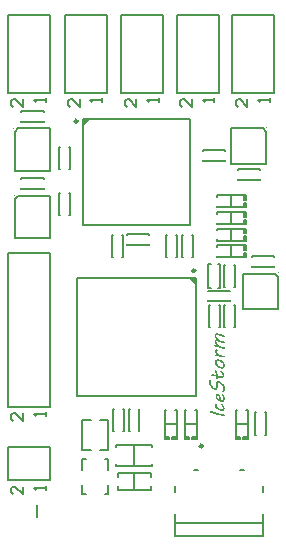
<source format=gto>
G04*
G04 #@! TF.GenerationSoftware,Altium Limited,Altium Designer,20.2.6 (244)*
G04*
G04 Layer_Color=65535*
%FSLAX25Y25*%
%MOIN*%
G70*
G04*
G04 #@! TF.SameCoordinates,98B12EC8-E559-45FE-9E7D-FCD1A3165D23*
G04*
G04*
G04 #@! TF.FilePolarity,Positive*
G04*
G01*
G75*
%ADD10C,0.00394*%
%ADD11C,0.00984*%
%ADD12C,0.00787*%
%ADD13C,0.00591*%
G36*
X66929Y84813D02*
X65128Y86614D01*
X66929D01*
Y84813D01*
D02*
G37*
G36*
X29528Y139764D02*
X29528Y137402D01*
X31890Y139764D01*
X29528Y139764D01*
D02*
G37*
G36*
X74125Y68254D02*
X74171D01*
X74227Y68249D01*
X74354Y68229D01*
X74359D01*
X74385Y68224D01*
X74415Y68219D01*
X74456Y68208D01*
X74507Y68198D01*
X74558Y68188D01*
X74676Y68163D01*
X74681D01*
X74691Y68158D01*
X74711Y68152D01*
X74742Y68147D01*
X74778Y68137D01*
X74818Y68127D01*
X74864Y68112D01*
X74910Y68101D01*
X75028Y68066D01*
X75150Y68030D01*
X75277Y67989D01*
X75410Y67943D01*
X75415D01*
X75425Y67938D01*
X75446Y67933D01*
X75471Y67923D01*
X75502Y67913D01*
X75538Y67897D01*
X75578Y67882D01*
X75629Y67867D01*
X75731Y67826D01*
X75849Y67785D01*
X75976Y67734D01*
X76109Y67683D01*
X76114D01*
X76124Y67678D01*
X76139Y67673D01*
X76160Y67663D01*
X76216Y67642D01*
X76287Y67612D01*
X76292D01*
X76302Y67607D01*
X76323Y67597D01*
X76343Y67586D01*
X76399Y67561D01*
X76461Y67525D01*
X76466D01*
X76471Y67515D01*
X76507Y67494D01*
X76547Y67459D01*
X76588Y67413D01*
Y67408D01*
X76593Y67403D01*
X76609Y67372D01*
X76629Y67326D01*
X76634Y67265D01*
Y67234D01*
X76629Y67199D01*
X76624Y67158D01*
X76609Y67066D01*
X76593Y67025D01*
X76573Y66990D01*
X76568Y66984D01*
X76563Y66979D01*
X76547Y66969D01*
X76522Y66954D01*
X76496Y66939D01*
X76466Y66928D01*
X76425Y66923D01*
X76384Y66918D01*
X76379D01*
X76359D01*
X76338D01*
X76308Y66923D01*
X76297D01*
X76277Y66928D01*
X76252Y66934D01*
X76221Y66939D01*
X76211Y66944D01*
X76185Y66954D01*
X76139Y66969D01*
X76078Y67000D01*
X76073D01*
X76063Y67010D01*
X76042Y67015D01*
X76017Y67030D01*
X75951Y67061D01*
X75874Y67102D01*
X75869Y67107D01*
X75854Y67112D01*
X75833Y67122D01*
X75803Y67137D01*
X75772Y67153D01*
X75731Y67173D01*
X75650Y67209D01*
X75645Y67214D01*
X75629Y67219D01*
X75609Y67229D01*
X75583Y67239D01*
X75522Y67265D01*
X75456Y67291D01*
X75451D01*
X75430Y67301D01*
X75400Y67306D01*
X75359Y67321D01*
X75313Y67336D01*
X75257Y67352D01*
X75191Y67372D01*
X75124Y67392D01*
X75114Y67398D01*
X75094Y67403D01*
X75053Y67413D01*
X75007Y67428D01*
X74946Y67444D01*
X74885Y67464D01*
X74742Y67500D01*
X74732Y67505D01*
X74711Y67510D01*
X74670Y67520D01*
X74625Y67530D01*
X74568Y67545D01*
X74507Y67561D01*
X74380Y67591D01*
X74370D01*
X74349Y67597D01*
X74319Y67602D01*
X74278Y67612D01*
X74186Y67622D01*
X74140Y67627D01*
X74099D01*
X74089D01*
X74069D01*
X74038Y67622D01*
X74002Y67617D01*
X73992D01*
X73972Y67607D01*
X73946Y67597D01*
X73916Y67581D01*
X73911Y67576D01*
X73890Y67561D01*
X73875Y67540D01*
X73855Y67510D01*
X73849Y67505D01*
X73839Y67479D01*
X73834Y67444D01*
X73829Y67398D01*
Y67377D01*
X73834Y67357D01*
Y67331D01*
X73844Y67296D01*
X73855Y67255D01*
X73865Y67209D01*
X73885Y67158D01*
Y67153D01*
X73895Y67132D01*
X73905Y67107D01*
X73926Y67071D01*
X73946Y67025D01*
X73972Y66979D01*
X74033Y66872D01*
X74038Y66867D01*
X74048Y66847D01*
X74069Y66816D01*
X74094Y66781D01*
X74125Y66735D01*
X74160Y66689D01*
X74242Y66582D01*
X74247Y66576D01*
X74262Y66561D01*
X74283Y66531D01*
X74313Y66500D01*
X74349Y66464D01*
X74385Y66423D01*
X74472Y66342D01*
X74477Y66337D01*
X74482Y66332D01*
X74518Y66301D01*
X74558Y66260D01*
X74599Y66209D01*
Y66204D01*
X74609Y66199D01*
X74630Y66168D01*
X74655Y66128D01*
X74676Y66082D01*
X74681D01*
X74691Y66077D01*
X74721Y66066D01*
X74742Y66056D01*
X74767Y66046D01*
X74773D01*
X74778Y66041D01*
X74798Y66036D01*
X74818Y66031D01*
X74875Y66010D01*
X74946Y65985D01*
X74951D01*
X74966Y65980D01*
X74987Y65970D01*
X75012Y65965D01*
X75048Y65949D01*
X75089Y65939D01*
X75175Y65908D01*
X75181D01*
X75196Y65903D01*
X75216Y65893D01*
X75247Y65883D01*
X75318Y65857D01*
X75400Y65832D01*
X75405D01*
X75415Y65827D01*
X75436Y65822D01*
X75461Y65812D01*
X75522Y65796D01*
X75578Y65776D01*
X75583D01*
X75589Y65771D01*
X75614Y65766D01*
X75639Y65755D01*
X75650Y65750D01*
X75655D01*
X75660D01*
X75670Y65745D01*
X75691D01*
X75711Y65740D01*
X75777Y65725D01*
X75849Y65710D01*
X75854D01*
X75864D01*
X75884Y65704D01*
X75910Y65699D01*
X75971Y65694D01*
X76037Y65684D01*
X76042D01*
X76053D01*
X76068Y65679D01*
X76093Y65674D01*
X76155Y65669D01*
X76226Y65658D01*
X76231D01*
X76241D01*
X76262Y65653D01*
X76287Y65648D01*
X76348Y65633D01*
X76420Y65613D01*
X76425D01*
X76435Y65608D01*
X76450Y65597D01*
X76471Y65587D01*
X76517Y65551D01*
X76563Y65505D01*
Y65500D01*
X76573Y65490D01*
X76578Y65475D01*
X76588Y65455D01*
X76598Y65424D01*
X76603Y65388D01*
X76614Y65347D01*
Y65291D01*
X76609Y65261D01*
X76598Y65220D01*
X76583Y65179D01*
X76578Y65169D01*
X76563Y65149D01*
X76537Y65113D01*
X76501Y65082D01*
X76491Y65077D01*
X76466Y65062D01*
X76430Y65041D01*
X76384Y65021D01*
X76379D01*
X76374Y65016D01*
X76343Y65011D01*
X76302Y65001D01*
X76252Y64995D01*
X76246D01*
X76236Y65001D01*
X76221Y65006D01*
X76200Y65011D01*
X76144Y65026D01*
X76073Y65041D01*
X75986Y65067D01*
X75894Y65092D01*
X75803Y65118D01*
X75711Y65143D01*
X75706D01*
X75701Y65149D01*
X75670Y65159D01*
X75624Y65174D01*
X75563Y65189D01*
X75492Y65215D01*
X75415Y65240D01*
X75252Y65291D01*
X75247D01*
X75242Y65296D01*
X75216Y65307D01*
X75170Y65317D01*
X75114Y65337D01*
X75048Y65358D01*
X74976Y65383D01*
X74895Y65409D01*
X74813Y65434D01*
X74808D01*
X74803Y65439D01*
X74773Y65444D01*
X74727Y65460D01*
X74665Y65475D01*
X74594Y65495D01*
X74507Y65516D01*
X74415Y65541D01*
X74319Y65567D01*
X74313D01*
X74308Y65572D01*
X74278Y65577D01*
X74242Y65587D01*
X74196Y65597D01*
X74191D01*
X74186D01*
X74160Y65602D01*
X74125Y65608D01*
X74084D01*
X74079D01*
X74069D01*
X74038Y65602D01*
X73997Y65592D01*
X73957Y65572D01*
X73951D01*
X73946Y65567D01*
X73926Y65546D01*
X73911Y65511D01*
X73900Y65485D01*
Y65429D01*
X73905Y65403D01*
Y65368D01*
X73916Y65327D01*
X73926Y65281D01*
X73936Y65230D01*
X73957Y65179D01*
Y65174D01*
X73967Y65154D01*
X73982Y65128D01*
X73997Y65092D01*
X74023Y65052D01*
X74053Y65001D01*
X74089Y64944D01*
X74130Y64888D01*
X74135Y64883D01*
X74150Y64863D01*
X74176Y64832D01*
X74212Y64786D01*
X74252Y64735D01*
X74308Y64679D01*
X74365Y64613D01*
X74431Y64542D01*
X74441Y64531D01*
X74461Y64506D01*
X74502Y64470D01*
X74553Y64414D01*
X74614Y64353D01*
X74686Y64276D01*
X74767Y64195D01*
X74859Y64103D01*
X74869Y64098D01*
X74880Y64093D01*
X74900Y64083D01*
X74926Y64072D01*
X74956Y64057D01*
X74997Y64042D01*
X75043Y64026D01*
X75048D01*
X75068Y64021D01*
X75094Y64011D01*
X75129Y64001D01*
X75175Y63986D01*
X75221Y63970D01*
X75333Y63940D01*
X75339D01*
X75359Y63935D01*
X75390Y63924D01*
X75425Y63914D01*
X75471Y63904D01*
X75517Y63889D01*
X75619Y63858D01*
X75624D01*
X75639Y63853D01*
X75665Y63848D01*
X75691Y63838D01*
X75747Y63823D01*
X75772Y63817D01*
X75792Y63812D01*
X75798D01*
X75818Y63807D01*
X75844Y63802D01*
X75874Y63792D01*
X75956Y63777D01*
X76032Y63761D01*
X76037D01*
X76047D01*
X76063Y63756D01*
X76088D01*
X76139Y63751D01*
X76200Y63741D01*
X76206D01*
X76231Y63736D01*
X76272Y63731D01*
X76333Y63721D01*
X76338D01*
X76348Y63715D01*
X76369D01*
X76389Y63710D01*
X76450Y63695D01*
X76517Y63670D01*
X76522D01*
X76532Y63664D01*
X76547Y63654D01*
X76573Y63644D01*
X76624Y63613D01*
X76680Y63573D01*
X76685Y63568D01*
X76690Y63562D01*
X76700Y63547D01*
X76716Y63527D01*
X76741Y63476D01*
X76746Y63440D01*
X76751Y63404D01*
Y63379D01*
X76746Y63353D01*
X76741Y63318D01*
X76731Y63277D01*
X76716Y63236D01*
X76695Y63195D01*
X76670Y63154D01*
X76665Y63149D01*
X76654Y63139D01*
X76639Y63124D01*
X76614Y63108D01*
X76583Y63088D01*
X76547Y63073D01*
X76507Y63063D01*
X76461Y63058D01*
X76455D01*
X76445D01*
X76420D01*
X76415D01*
X76405Y63063D01*
X76374Y63068D01*
X76369D01*
X76359Y63073D01*
X76338Y63078D01*
X76308Y63083D01*
X76272Y63093D01*
X76231Y63103D01*
X76190Y63119D01*
X76139Y63129D01*
X76027Y63160D01*
X75905Y63195D01*
X75777Y63226D01*
X75650Y63261D01*
X75645D01*
X75634Y63267D01*
X75614Y63272D01*
X75594Y63277D01*
X75563Y63287D01*
X75527Y63297D01*
X75441Y63323D01*
X75344Y63348D01*
X75237Y63379D01*
X75124Y63415D01*
X75007Y63445D01*
X75002D01*
X74992Y63450D01*
X74976Y63455D01*
X74956Y63460D01*
X74926Y63465D01*
X74895Y63476D01*
X74813Y63501D01*
X74721Y63527D01*
X74620Y63552D01*
X74512Y63583D01*
X74405Y63613D01*
X74400D01*
X74390Y63618D01*
X74375Y63624D01*
X74354Y63629D01*
X74329Y63634D01*
X74298Y63644D01*
X74222Y63664D01*
X74135Y63690D01*
X74033Y63721D01*
X73926Y63746D01*
X73814Y63777D01*
X73809D01*
X73793Y63782D01*
X73773Y63787D01*
X73742Y63792D01*
X73671Y63807D01*
X73589Y63812D01*
X73584D01*
X73569D01*
X73549Y63817D01*
X73518D01*
X73482Y63823D01*
X73447Y63828D01*
X73360Y63843D01*
X73355Y63848D01*
X73339Y63853D01*
X73319Y63873D01*
X73294Y63894D01*
X73288Y63899D01*
X73273Y63919D01*
X73253Y63940D01*
X73237Y63970D01*
X73232Y63981D01*
X73222Y64001D01*
X73212Y64026D01*
X73202Y64062D01*
X73197Y64072D01*
X73191Y64093D01*
X73186Y64123D01*
Y64210D01*
X73197Y64256D01*
X73207Y64307D01*
Y64312D01*
X73212Y64317D01*
X73222Y64343D01*
X73242Y64378D01*
X73268Y64409D01*
X73273Y64414D01*
X73294Y64429D01*
X73319Y64450D01*
X73355Y64465D01*
X73365Y64470D01*
X73385Y64475D01*
X73421Y64480D01*
X73467D01*
X73472D01*
X73487D01*
X73508D01*
X73538Y64475D01*
X73574Y64470D01*
X73615Y64465D01*
X73702Y64440D01*
X73707D01*
X73722Y64434D01*
X73742Y64424D01*
X73773Y64414D01*
X73814Y64404D01*
X73855Y64389D01*
X73951Y64353D01*
X73946Y64358D01*
X73931Y64378D01*
X73905Y64409D01*
X73875Y64450D01*
X73839Y64496D01*
X73798Y64552D01*
X73717Y64669D01*
X73712Y64679D01*
X73696Y64700D01*
X73676Y64730D01*
X73650Y64776D01*
X73620Y64827D01*
X73589Y64883D01*
X73523Y65011D01*
X73518Y65021D01*
X73508Y65041D01*
X73492Y65077D01*
X73477Y65123D01*
X73457Y65179D01*
X73431Y65240D01*
X73390Y65373D01*
Y65383D01*
X73380Y65403D01*
X73375Y65439D01*
X73365Y65490D01*
X73355Y65546D01*
X73350Y65608D01*
X73339Y65750D01*
Y65786D01*
X73344Y65806D01*
X73350Y65863D01*
X73370Y65929D01*
Y65934D01*
X73375Y65944D01*
X73380Y65959D01*
X73390Y65985D01*
X73416Y66036D01*
X73457Y66092D01*
X73462Y66097D01*
X73467Y66107D01*
X73482Y66118D01*
X73497Y66138D01*
X73549Y66174D01*
X73615Y66214D01*
X73620D01*
X73630Y66225D01*
X73650Y66230D01*
X73681Y66240D01*
X73717Y66250D01*
X73752Y66260D01*
X73798Y66265D01*
X73849Y66271D01*
X73844Y66276D01*
X73834Y66296D01*
X73814Y66321D01*
X73788Y66362D01*
X73758Y66403D01*
X73727Y66454D01*
X73656Y66566D01*
X73650Y66571D01*
X73640Y66592D01*
X73620Y66622D01*
X73594Y66663D01*
X73569Y66709D01*
X73538Y66760D01*
X73477Y66877D01*
X73472Y66882D01*
X73462Y66903D01*
X73452Y66934D01*
X73431Y66974D01*
X73416Y67025D01*
X73396Y67076D01*
X73355Y67194D01*
Y67199D01*
X73344Y67219D01*
X73339Y67255D01*
X73329Y67296D01*
X73319Y67342D01*
X73314Y67392D01*
X73304Y67505D01*
Y67540D01*
X73309Y67581D01*
Y67637D01*
X73319Y67693D01*
X73329Y67755D01*
X73344Y67816D01*
X73365Y67872D01*
Y67877D01*
X73375Y67897D01*
X73385Y67923D01*
X73406Y67959D01*
X73452Y68030D01*
X73482Y68071D01*
X73518Y68101D01*
X73523Y68107D01*
X73533Y68117D01*
X73554Y68132D01*
X73584Y68147D01*
X73615Y68168D01*
X73656Y68188D01*
X73747Y68224D01*
X73752D01*
X73768Y68229D01*
X73793Y68234D01*
X73829Y68244D01*
X73870Y68249D01*
X73916Y68254D01*
X74023Y68260D01*
X74028D01*
X74048D01*
X74084D01*
X74125Y68254D01*
D02*
G37*
G36*
X74140Y62915D02*
X74186Y62905D01*
X74196Y62899D01*
X74222Y62894D01*
X74252Y62879D01*
X74293Y62853D01*
X74298Y62848D01*
X74319Y62828D01*
X74344Y62802D01*
X74370Y62772D01*
X74375Y62762D01*
X74385Y62741D01*
X74395Y62706D01*
X74400Y62665D01*
Y62655D01*
X74395Y62629D01*
X74390Y62583D01*
X74375Y62527D01*
Y62522D01*
X74370Y62512D01*
X74354Y62481D01*
X74329Y62435D01*
X74298Y62394D01*
X74293Y62389D01*
X74283Y62379D01*
X74268Y62364D01*
X74242Y62344D01*
X74237Y62338D01*
X74217Y62328D01*
X74191Y62313D01*
X74166Y62298D01*
X74160Y62292D01*
X74145Y62287D01*
X74125Y62272D01*
X74099Y62257D01*
X74094D01*
X74084Y62247D01*
X74069Y62242D01*
X74059Y62231D01*
Y62226D01*
X74053Y62221D01*
Y62191D01*
X74048Y62180D01*
Y62124D01*
X74053Y62094D01*
X74059Y62053D01*
X74069Y62002D01*
X74084Y61951D01*
X74104Y61890D01*
X74135Y61834D01*
X74140Y61828D01*
X74150Y61808D01*
X74171Y61777D01*
X74196Y61742D01*
X74227Y61696D01*
X74262Y61645D01*
X74349Y61543D01*
X74354Y61538D01*
X74370Y61522D01*
X74395Y61497D01*
X74426Y61461D01*
X74467Y61426D01*
X74512Y61385D01*
X74614Y61298D01*
X74620Y61293D01*
X74640Y61278D01*
X74665Y61257D01*
X74701Y61232D01*
X74737Y61206D01*
X74783Y61171D01*
X74869Y61104D01*
X74875D01*
X74880Y61099D01*
X74895D01*
X74915Y61094D01*
X74971Y61079D01*
X75043Y61063D01*
X75129Y61038D01*
X75226Y61012D01*
X75333Y60987D01*
X75446Y60956D01*
X75451D01*
X75461Y60951D01*
X75476Y60946D01*
X75497Y60941D01*
X75527Y60936D01*
X75558Y60926D01*
X75639Y60905D01*
X75736Y60880D01*
X75844Y60854D01*
X75961Y60824D01*
X76083Y60793D01*
X76170D01*
X76175D01*
X76185D01*
X76206D01*
X76231D01*
X76297D01*
X76374Y60788D01*
X76379D01*
X76389D01*
X76410Y60783D01*
X76435D01*
X76496Y60768D01*
X76557Y60747D01*
X76563Y60742D01*
X76583Y60722D01*
X76609Y60686D01*
X76634Y60640D01*
Y60635D01*
X76639Y60630D01*
X76644Y60615D01*
X76649Y60594D01*
X76665Y60548D01*
X76670Y60487D01*
Y60462D01*
X76665Y60436D01*
X76660Y60405D01*
X76649Y60370D01*
X76634Y60339D01*
X76614Y60303D01*
X76583Y60273D01*
X76578Y60268D01*
X76568Y60263D01*
X76547Y60252D01*
X76522Y60242D01*
X76491Y60227D01*
X76455Y60217D01*
X76415Y60212D01*
X76369Y60207D01*
X76364D01*
X76359D01*
X76333D01*
X76297Y60212D01*
X76252Y60222D01*
X76246D01*
X76241D01*
X76211Y60227D01*
X76165Y60237D01*
X76099Y60247D01*
X76022Y60263D01*
X75935Y60278D01*
X75838Y60298D01*
X75736Y60319D01*
X75731D01*
X75721Y60324D01*
X75711D01*
X75685Y60329D01*
X75634Y60339D01*
X75558Y60355D01*
X75476Y60375D01*
X75379Y60395D01*
X75277Y60416D01*
X75170Y60436D01*
X75165D01*
X75155Y60441D01*
X75140D01*
X75119Y60446D01*
X75063Y60457D01*
X74992Y60472D01*
X74910Y60492D01*
X74813Y60513D01*
X74711Y60533D01*
X74609Y60553D01*
X74604D01*
X74599Y60558D01*
X74584D01*
X74563Y60564D01*
X74507Y60574D01*
X74441Y60589D01*
X74359Y60604D01*
X74278Y60620D01*
X74099Y60650D01*
X74094D01*
X74079D01*
X74043D01*
X74038D01*
X74028D01*
X74007D01*
X73987D01*
X73982D01*
X73972D01*
X73951D01*
X73921D01*
X73860Y60655D01*
X73783Y60660D01*
X73778D01*
X73763Y60666D01*
X73742D01*
X73717Y60671D01*
X73656Y60681D01*
X73589Y60696D01*
X73584D01*
X73569Y60701D01*
X73549Y60711D01*
X73518Y60722D01*
X73462Y60747D01*
X73436Y60763D01*
X73416Y60778D01*
X73411Y60788D01*
X73390Y60813D01*
X73375Y60859D01*
X73370Y60890D01*
Y60961D01*
X73375Y60982D01*
X73385Y61033D01*
X73411Y61079D01*
Y61084D01*
X73416Y61089D01*
X73436Y61114D01*
X73467Y61145D01*
X73513Y61171D01*
X73518D01*
X73523Y61176D01*
X73554Y61191D01*
X73599Y61206D01*
X73656Y61216D01*
X73661D01*
X73671D01*
X73686Y61221D01*
X73707D01*
X73763Y61227D01*
X73824D01*
X73834D01*
X73855D01*
X73890D01*
X73931Y61221D01*
X73941D01*
X73962D01*
X73992Y61216D01*
X74018D01*
X74013Y61221D01*
X74002Y61232D01*
X73982Y61252D01*
X73957Y61278D01*
X73890Y61344D01*
X73819Y61415D01*
X73814Y61420D01*
X73804Y61436D01*
X73783Y61456D01*
X73758Y61482D01*
X73727Y61517D01*
X73696Y61553D01*
X73635Y61640D01*
X73630Y61645D01*
X73620Y61660D01*
X73605Y61686D01*
X73589Y61716D01*
X73569Y61752D01*
X73543Y61793D01*
X73503Y61890D01*
X73497Y61895D01*
X73492Y61915D01*
X73482Y61941D01*
X73472Y61976D01*
X73462Y62017D01*
X73457Y62063D01*
X73447Y62114D01*
Y62201D01*
X73452Y62236D01*
X73457Y62277D01*
Y62287D01*
X73462Y62313D01*
X73472Y62349D01*
X73487Y62389D01*
Y62394D01*
X73492Y62400D01*
X73497Y62430D01*
X73513Y62476D01*
X73533Y62527D01*
Y62532D01*
X73538Y62537D01*
X73554Y62573D01*
X73574Y62614D01*
X73610Y62665D01*
X73615Y62670D01*
X73625Y62685D01*
X73640Y62706D01*
X73666Y62731D01*
X73696Y62757D01*
X73732Y62792D01*
X73773Y62818D01*
X73819Y62848D01*
X73824Y62853D01*
X73839Y62859D01*
X73865Y62874D01*
X73895Y62889D01*
X73936Y62899D01*
X73977Y62915D01*
X74023Y62920D01*
X74074Y62925D01*
X74084D01*
X74104D01*
X74140Y62915D01*
D02*
G37*
G36*
X74553Y59579D02*
X74625Y59574D01*
X74706Y59564D01*
X74798Y59549D01*
X74895Y59528D01*
X74997Y59498D01*
X75002D01*
X75007Y59493D01*
X75022Y59487D01*
X75043Y59482D01*
X75094Y59462D01*
X75165Y59437D01*
X75247Y59406D01*
X75333Y59365D01*
X75430Y59319D01*
X75527Y59263D01*
X75532D01*
X75538Y59258D01*
X75553Y59248D01*
X75573Y59238D01*
X75624Y59202D01*
X75685Y59161D01*
X75762Y59105D01*
X75849Y59044D01*
X75935Y58972D01*
X76027Y58891D01*
X76032D01*
X76037Y58881D01*
X76068Y58855D01*
X76114Y58809D01*
X76170Y58748D01*
X76236Y58677D01*
X76308Y58595D01*
X76384Y58503D01*
X76455Y58406D01*
X76461Y58396D01*
X76476Y58376D01*
X76501Y58340D01*
X76532Y58289D01*
X76563Y58233D01*
X76593Y58161D01*
X76629Y58090D01*
X76654Y58008D01*
X76660Y57998D01*
X76665Y57968D01*
X76675Y57927D01*
X76690Y57866D01*
X76705Y57794D01*
X76716Y57708D01*
X76721Y57616D01*
X76726Y57519D01*
Y57478D01*
X76721Y57427D01*
X76716Y57366D01*
X76710Y57300D01*
X76695Y57223D01*
X76680Y57147D01*
X76660Y57075D01*
X76654Y57065D01*
X76649Y57045D01*
X76634Y57009D01*
X76609Y56963D01*
X76583Y56917D01*
X76547Y56861D01*
X76512Y56810D01*
X76466Y56759D01*
X76461Y56754D01*
X76445Y56739D01*
X76415Y56718D01*
X76379Y56693D01*
X76338Y56662D01*
X76287Y56631D01*
X76226Y56601D01*
X76165Y56575D01*
X76155D01*
X76134Y56565D01*
X76099Y56555D01*
X76047Y56545D01*
X75991Y56535D01*
X75920Y56524D01*
X75849Y56519D01*
X75767Y56514D01*
X75757D01*
X75731D01*
X75691Y56519D01*
X75634D01*
X75563Y56529D01*
X75492Y56540D01*
X75405Y56550D01*
X75318Y56570D01*
X75308Y56575D01*
X75283Y56581D01*
X75242Y56591D01*
X75186Y56611D01*
X75124Y56631D01*
X75048Y56657D01*
X74971Y56688D01*
X74885Y56723D01*
X74880D01*
X74875Y56728D01*
X74844Y56744D01*
X74798Y56764D01*
X74742Y56800D01*
X74670Y56836D01*
X74594Y56887D01*
X74512Y56937D01*
X74426Y56999D01*
X74421D01*
X74415Y57009D01*
X74385Y57029D01*
X74339Y57065D01*
X74278Y57116D01*
X74212Y57177D01*
X74135Y57249D01*
X74048Y57325D01*
X73967Y57412D01*
X73962Y57417D01*
X73957Y57422D01*
X73946Y57437D01*
X73926Y57453D01*
X73885Y57504D01*
X73829Y57570D01*
X73768Y57652D01*
X73696Y57743D01*
X73620Y57850D01*
X73549Y57963D01*
X73543Y57973D01*
X73528Y58003D01*
X73508Y58049D01*
X73482Y58116D01*
Y58121D01*
X73477Y58136D01*
X73472Y58156D01*
X73462Y58182D01*
X73452Y58253D01*
X73441Y58330D01*
X73436Y58335D01*
X73421Y58355D01*
X73396Y58386D01*
X73370Y58422D01*
X73350Y58473D01*
X73324Y58534D01*
X73309Y58605D01*
X73304Y58682D01*
Y58728D01*
X73309Y58773D01*
X73319Y58835D01*
X73334Y58901D01*
X73360Y58978D01*
X73390Y59049D01*
X73436Y59120D01*
X73441Y59131D01*
X73462Y59151D01*
X73487Y59181D01*
X73528Y59222D01*
X73579Y59273D01*
X73640Y59319D01*
X73712Y59370D01*
X73793Y59416D01*
X73798D01*
X73804Y59421D01*
X73839Y59437D01*
X73885Y59457D01*
X73936Y59482D01*
X73941D01*
X73946Y59487D01*
X73962Y59493D01*
X73982Y59503D01*
X74033Y59518D01*
X74089Y59533D01*
X74094D01*
X74104Y59539D01*
X74120Y59544D01*
X74140Y59549D01*
X74191Y59559D01*
X74257Y59569D01*
X74262D01*
X74273Y59574D01*
X74293D01*
X74313Y59579D01*
X74344D01*
X74380Y59584D01*
X74456D01*
X74461D01*
X74467D01*
X74482D01*
X74502D01*
X74553Y59579D01*
D02*
G37*
G36*
X73691Y55999D02*
X73742Y55989D01*
X73788Y55968D01*
X73793D01*
X73798Y55963D01*
X73824Y55948D01*
X73860Y55923D01*
X73895Y55887D01*
X73900Y55877D01*
X73921Y55856D01*
X73946Y55821D01*
X73972Y55775D01*
Y55770D01*
X73977Y55765D01*
X73987Y55734D01*
X73997Y55693D01*
X74007Y55647D01*
Y55637D01*
X74013Y55611D01*
X74023Y55566D01*
X74038Y55510D01*
Y55504D01*
X74043Y55494D01*
Y55479D01*
X74053Y55458D01*
X74064Y55397D01*
X74084Y55326D01*
Y55321D01*
X74089Y55311D01*
X74094Y55290D01*
X74099Y55260D01*
X74104Y55229D01*
X74115Y55193D01*
X74135Y55112D01*
Y55107D01*
X74140Y55091D01*
X74145Y55071D01*
X74150Y55045D01*
X74166Y54974D01*
X74186Y54897D01*
Y54892D01*
X74191Y54872D01*
X74201Y54841D01*
X74212Y54806D01*
X74232Y54724D01*
X74252Y54637D01*
Y54632D01*
X74257Y54622D01*
X74262Y54602D01*
X74268Y54576D01*
X74278Y54515D01*
X74293Y54449D01*
Y54439D01*
X74303Y54403D01*
X74308Y54362D01*
X74313Y54321D01*
Y54296D01*
X74319Y54270D01*
Y54250D01*
X74329Y54245D01*
X74349Y54240D01*
X74390Y54224D01*
X74436Y54209D01*
X74497Y54194D01*
X74558Y54173D01*
X74696Y54138D01*
X74706D01*
X74727Y54132D01*
X74762Y54122D01*
X74808Y54112D01*
X74859Y54097D01*
X74915Y54081D01*
X75038Y54056D01*
X75043D01*
X75063Y54051D01*
X75094Y54046D01*
X75135Y54041D01*
X75175Y54031D01*
X75226Y54025D01*
X75323Y54010D01*
X75328D01*
X75344D01*
X75364Y54005D01*
X75395D01*
X75456Y54000D01*
X75486Y53995D01*
X75512D01*
X75517D01*
X75527D01*
X75548D01*
X75568D01*
X75624Y54000D01*
X75685Y54010D01*
X75691D01*
X75701Y54015D01*
X75716Y54020D01*
X75731Y54025D01*
X75782Y54046D01*
X75828Y54071D01*
X75838Y54076D01*
X75864Y54102D01*
X75894Y54132D01*
X75925Y54178D01*
Y54184D01*
X75930Y54194D01*
X75935Y54209D01*
X75940Y54229D01*
X75956Y54280D01*
X75961Y54352D01*
Y54382D01*
X75956Y54418D01*
X75951Y54464D01*
X75935Y54515D01*
X75920Y54571D01*
X75894Y54637D01*
X75864Y54699D01*
X75859Y54709D01*
X75849Y54729D01*
X75823Y54760D01*
X75798Y54801D01*
X75762Y54852D01*
X75721Y54908D01*
X75670Y54964D01*
X75619Y55020D01*
X75614Y55025D01*
X75594Y55045D01*
X75563Y55076D01*
X75522Y55117D01*
X75471Y55163D01*
X75415Y55214D01*
X75293Y55316D01*
X75283Y55321D01*
X75262Y55341D01*
X75226Y55367D01*
X75186Y55397D01*
X75129Y55438D01*
X75073Y55484D01*
X74956Y55571D01*
X74951D01*
X74946Y55576D01*
X74926Y55601D01*
X74905Y55632D01*
X74895Y55652D01*
Y55693D01*
X74900Y55724D01*
Y55729D01*
X74905Y55744D01*
X74910Y55759D01*
X74926Y55780D01*
X74931Y55785D01*
X74936Y55795D01*
X74966Y55821D01*
X74971Y55826D01*
X74982Y55831D01*
X75007Y55836D01*
X75033Y55841D01*
X75038D01*
X75048D01*
X75058D01*
X75068D01*
X75078D01*
X75104Y55831D01*
X75145Y55816D01*
X75201Y55800D01*
X75262Y55775D01*
X75333Y55744D01*
X75410Y55713D01*
X75486Y55673D01*
X75497Y55668D01*
X75522Y55652D01*
X75563Y55632D01*
X75619Y55601D01*
X75680Y55566D01*
X75752Y55530D01*
X75905Y55443D01*
X75910D01*
X75915Y55438D01*
X75951Y55418D01*
X75997Y55387D01*
X76047Y55341D01*
X76053Y55336D01*
X76058Y55331D01*
X76093Y55300D01*
X76134Y55255D01*
X76185Y55198D01*
X76190Y55193D01*
X76195Y55183D01*
X76206Y55168D01*
X76221Y55147D01*
X76262Y55096D01*
X76308Y55035D01*
Y55030D01*
X76318Y55020D01*
X76328Y55005D01*
X76343Y54984D01*
X76374Y54938D01*
X76415Y54882D01*
X76420Y54877D01*
X76425Y54862D01*
X76440Y54836D01*
X76455Y54801D01*
X76476Y54760D01*
X76491Y54709D01*
X76522Y54602D01*
Y54597D01*
X76527Y54576D01*
X76532Y54546D01*
X76537Y54510D01*
X76542Y54469D01*
X76547Y54418D01*
X76552Y54316D01*
Y54280D01*
X76547Y54240D01*
X76542Y54184D01*
X76532Y54127D01*
X76522Y54061D01*
X76501Y53995D01*
X76476Y53929D01*
X76471Y53923D01*
X76461Y53903D01*
X76445Y53867D01*
X76420Y53832D01*
X76389Y53786D01*
X76348Y53735D01*
X76308Y53689D01*
X76262Y53643D01*
X76257Y53638D01*
X76236Y53623D01*
X76211Y53602D01*
X76170Y53582D01*
X76124Y53551D01*
X76068Y53521D01*
X76012Y53495D01*
X75946Y53470D01*
X75935D01*
X75915Y53459D01*
X75879Y53449D01*
X75828Y53439D01*
X75772Y53429D01*
X75706Y53418D01*
X75634Y53413D01*
X75558Y53408D01*
X75553D01*
X75543D01*
X75532D01*
X75507D01*
X75451Y53413D01*
X75379Y53418D01*
X75293Y53424D01*
X75196Y53434D01*
X75089Y53449D01*
X74976Y53470D01*
X74971D01*
X74961Y53475D01*
X74946D01*
X74926Y53480D01*
X74900Y53485D01*
X74864Y53495D01*
X74793Y53510D01*
X74701Y53531D01*
X74604Y53556D01*
X74502Y53582D01*
X74395Y53607D01*
Y53577D01*
X74390Y53551D01*
X74385Y53495D01*
X74370Y53429D01*
Y53424D01*
X74365Y53413D01*
X74359Y53398D01*
X74354Y53378D01*
X74334Y53322D01*
X74308Y53266D01*
Y53260D01*
X74303Y53255D01*
X74283Y53225D01*
X74252Y53184D01*
X74212Y53143D01*
X74206D01*
X74201Y53138D01*
X74171Y53123D01*
X74130Y53102D01*
X74074Y53097D01*
X74069D01*
X74053D01*
X74028Y53102D01*
X73997Y53113D01*
X73987Y53118D01*
X73967Y53123D01*
X73941Y53138D01*
X73905Y53153D01*
X73895Y53158D01*
X73880Y53169D01*
X73855Y53189D01*
X73829Y53215D01*
X73824Y53220D01*
X73814Y53240D01*
X73804Y53271D01*
X73798Y53306D01*
Y53765D01*
X73793Y53791D01*
X73773Y53816D01*
X73763Y53826D01*
X73742Y53837D01*
X73737D01*
X73732Y53842D01*
X73707Y53852D01*
X73671Y53867D01*
X73630Y53878D01*
X73620D01*
X73599Y53883D01*
X73564Y53893D01*
X73518Y53903D01*
X73467Y53913D01*
X73411Y53929D01*
X73299Y53954D01*
X73294D01*
X73273Y53959D01*
X73248Y53969D01*
X73217Y53979D01*
X73135Y54000D01*
X73059Y54020D01*
X73054D01*
X73044Y54025D01*
X73023Y54031D01*
X72998Y54036D01*
X72947Y54051D01*
X72896Y54066D01*
X72891D01*
X72886Y54071D01*
X72860Y54076D01*
X72829Y54081D01*
X72799D01*
X72789D01*
X72773D01*
X72743D01*
X72717Y54076D01*
X72707D01*
X72687D01*
X72651D01*
X72605D01*
X72569D01*
X72564D01*
X72549D01*
X72528D01*
X72503D01*
X72493D01*
X72467Y54081D01*
X72432Y54092D01*
X72376Y54112D01*
X72370D01*
X72365Y54117D01*
X72340Y54127D01*
X72299Y54153D01*
X72258Y54184D01*
X72253Y54189D01*
X72248Y54194D01*
X72228Y54224D01*
X72212Y54275D01*
X72202Y54306D01*
Y54372D01*
X72207Y54398D01*
X72217Y54444D01*
X72238Y54495D01*
Y54500D01*
X72243Y54505D01*
X72263Y54530D01*
X72294Y54566D01*
X72335Y54597D01*
X72340D01*
X72345Y54602D01*
X72376Y54622D01*
X72416Y54637D01*
X72472Y54658D01*
X72478D01*
X72488Y54663D01*
X72503D01*
X72518Y54668D01*
X72569Y54673D01*
X72625Y54678D01*
X72631D01*
X72641D01*
X72656D01*
X72676D01*
X72722Y54673D01*
X72773Y54663D01*
X73712Y54418D01*
Y54428D01*
X73707Y54449D01*
X73702Y54484D01*
X73691Y54525D01*
X73686Y54576D01*
X73676Y54627D01*
X73656Y54734D01*
Y54739D01*
X73650Y54760D01*
X73645Y54785D01*
X73635Y54826D01*
X73630Y54867D01*
X73620Y54913D01*
X73599Y55020D01*
Y55025D01*
X73594Y55045D01*
X73589Y55076D01*
X73579Y55112D01*
X73574Y55152D01*
X73564Y55198D01*
X73543Y55285D01*
Y55290D01*
X73538Y55305D01*
X73533Y55326D01*
X73528Y55351D01*
X73513Y55413D01*
X73497Y55474D01*
Y55479D01*
X73492Y55489D01*
Y55504D01*
X73487Y55520D01*
X73477Y55566D01*
X73467Y55611D01*
Y55622D01*
X73462Y55642D01*
X73457Y55673D01*
Y55734D01*
X73462Y55770D01*
X73467Y55810D01*
Y55821D01*
X73472Y55846D01*
X73477Y55877D01*
X73492Y55907D01*
X73497Y55912D01*
X73508Y55933D01*
X73523Y55953D01*
X73549Y55974D01*
X73554Y55979D01*
X73574Y55989D01*
X73605Y55999D01*
X73645Y56004D01*
X73650D01*
X73661D01*
X73676D01*
X73691Y55999D01*
D02*
G37*
G36*
X71962Y52812D02*
X72003Y52801D01*
X72008Y52796D01*
X72029Y52791D01*
X72059Y52776D01*
X72085Y52761D01*
X72090Y52755D01*
X72100Y52745D01*
X72115Y52725D01*
X72131Y52705D01*
Y52699D01*
X72136Y52684D01*
X72141Y52664D01*
Y52608D01*
X72136Y52582D01*
X72131Y52531D01*
X72120Y52470D01*
Y52465D01*
X72115Y52460D01*
X72105Y52424D01*
X72090Y52378D01*
X72075Y52327D01*
Y52322D01*
X72070Y52317D01*
X72059Y52281D01*
X72044Y52235D01*
X72029Y52184D01*
Y52179D01*
X72024Y52174D01*
X72018Y52144D01*
X72013Y52092D01*
X72008Y52036D01*
Y51996D01*
X72013Y51945D01*
X72018Y51878D01*
X72034Y51802D01*
X72049Y51720D01*
X72075Y51628D01*
X72105Y51531D01*
Y51526D01*
X72110Y51521D01*
X72115Y51506D01*
X72120Y51486D01*
X72146Y51440D01*
X72171Y51373D01*
X72207Y51297D01*
X72253Y51215D01*
X72299Y51123D01*
X72355Y51032D01*
Y51027D01*
X72360Y51021D01*
X72381Y50991D01*
X72411Y50945D01*
X72457Y50884D01*
X72508Y50818D01*
X72564Y50741D01*
X72625Y50659D01*
X72697Y50578D01*
X72707Y50568D01*
X72727Y50542D01*
X72763Y50501D01*
X72809Y50450D01*
X72865Y50389D01*
X72926Y50323D01*
X73059Y50190D01*
X73064Y50185D01*
X73074Y50175D01*
X73095Y50160D01*
X73115Y50139D01*
X73176Y50098D01*
X73248Y50058D01*
X73253D01*
X73263Y50052D01*
X73283Y50047D01*
X73304Y50037D01*
X73360Y50022D01*
X73421Y50017D01*
X73426D01*
X73441D01*
X73462Y50022D01*
X73492Y50032D01*
X73523Y50042D01*
X73554Y50063D01*
X73584Y50088D01*
X73615Y50124D01*
X73620Y50129D01*
X73625Y50144D01*
X73635Y50165D01*
X73650Y50195D01*
X73666Y50236D01*
X73676Y50277D01*
X73681Y50328D01*
X73686Y50384D01*
Y50634D01*
X73681Y50659D01*
Y50736D01*
X73676Y50823D01*
Y50863D01*
X73671Y50894D01*
Y50971D01*
X73666Y51052D01*
Y51093D01*
X73661Y51118D01*
Y51287D01*
X73666Y51328D01*
Y51379D01*
X73676Y51435D01*
X73686Y51501D01*
X73702Y51572D01*
X73722Y51644D01*
Y51654D01*
X73732Y51674D01*
X73747Y51715D01*
X73763Y51761D01*
X73788Y51812D01*
X73819Y51868D01*
X73849Y51929D01*
X73890Y51985D01*
X73895Y51990D01*
X73911Y52011D01*
X73936Y52036D01*
X73967Y52072D01*
X74007Y52108D01*
X74053Y52149D01*
X74110Y52184D01*
X74171Y52220D01*
X74176Y52225D01*
X74201Y52235D01*
X74237Y52245D01*
X74283Y52266D01*
X74339Y52281D01*
X74405Y52291D01*
X74477Y52302D01*
X74558Y52307D01*
X74563D01*
X74579D01*
X74609D01*
X74640Y52302D01*
X74681Y52297D01*
X74727Y52291D01*
X74829Y52266D01*
X74834D01*
X74854Y52261D01*
X74880Y52251D01*
X74915Y52240D01*
X74956Y52225D01*
X75002Y52205D01*
X75104Y52159D01*
X75109Y52154D01*
X75129Y52149D01*
X75155Y52133D01*
X75191Y52113D01*
X75231Y52087D01*
X75277Y52062D01*
X75379Y51996D01*
X75384Y51990D01*
X75400Y51980D01*
X75430Y51965D01*
X75461Y51939D01*
X75502Y51914D01*
X75543Y51878D01*
X75639Y51807D01*
X75650Y51797D01*
X75680Y51776D01*
X75726Y51741D01*
X75782Y51690D01*
X75849Y51628D01*
X75925Y51562D01*
X76002Y51486D01*
X76083Y51404D01*
X76093Y51394D01*
X76119Y51368D01*
X76155Y51322D01*
X76206Y51261D01*
X76262Y51195D01*
X76318Y51113D01*
X76379Y51027D01*
X76440Y50935D01*
Y50930D01*
X76445Y50925D01*
X76455Y50909D01*
X76466Y50894D01*
X76491Y50843D01*
X76527Y50777D01*
X76568Y50695D01*
X76603Y50603D01*
X76644Y50506D01*
X76680Y50404D01*
Y50399D01*
X76685Y50394D01*
X76690Y50379D01*
X76695Y50358D01*
X76710Y50302D01*
X76726Y50226D01*
X76741Y50144D01*
X76756Y50047D01*
X76767Y49940D01*
X76772Y49833D01*
Y49787D01*
X76767Y49752D01*
Y49716D01*
X76762Y49670D01*
X76746Y49573D01*
Y49568D01*
X76741Y49553D01*
X76736Y49522D01*
X76731Y49492D01*
X76721Y49451D01*
X76710Y49405D01*
X76680Y49308D01*
Y49303D01*
X76670Y49288D01*
X76660Y49262D01*
X76649Y49231D01*
X76634Y49191D01*
X76614Y49150D01*
X76568Y49063D01*
X76563Y49058D01*
X76557Y49043D01*
X76542Y49022D01*
X76522Y48992D01*
X76476Y48925D01*
X76415Y48859D01*
X76410Y48854D01*
X76399Y48844D01*
X76384Y48829D01*
X76359Y48808D01*
X76297Y48762D01*
X76226Y48721D01*
X76221D01*
X76206Y48711D01*
X76185Y48706D01*
X76155Y48696D01*
X76124Y48686D01*
X76083Y48681D01*
X75997Y48670D01*
X75991D01*
X75986D01*
X75961D01*
X75920Y48676D01*
X75879Y48686D01*
X75874D01*
X75869Y48691D01*
X75849Y48706D01*
X75833Y48737D01*
X75823Y48757D01*
Y48788D01*
X75828Y48803D01*
X75838Y48823D01*
X75849Y48854D01*
X75864Y48890D01*
X75879Y48925D01*
X75920Y49012D01*
Y49017D01*
X75930Y49033D01*
X75940Y49058D01*
X75951Y49089D01*
X75966Y49124D01*
X75986Y49165D01*
X76022Y49257D01*
Y49262D01*
X76027Y49277D01*
X76037Y49303D01*
X76047Y49338D01*
X76063Y49379D01*
X76078Y49425D01*
X76104Y49522D01*
Y49527D01*
X76109Y49548D01*
X76114Y49573D01*
X76119Y49609D01*
X76124Y49655D01*
X76129Y49706D01*
X76134Y49818D01*
Y49884D01*
X76129Y49935D01*
X76124Y49986D01*
X76119Y50052D01*
X76093Y50185D01*
Y50195D01*
X76083Y50216D01*
X76073Y50257D01*
X76058Y50302D01*
X76042Y50358D01*
X76022Y50420D01*
X75966Y50552D01*
X75961Y50563D01*
X75951Y50583D01*
X75930Y50619D01*
X75905Y50665D01*
X75874Y50716D01*
X75838Y50772D01*
X75757Y50894D01*
X75752Y50904D01*
X75736Y50925D01*
X75711Y50955D01*
X75675Y50996D01*
X75634Y51042D01*
X75589Y51093D01*
X75532Y51144D01*
X75476Y51195D01*
X75466Y51200D01*
X75446Y51220D01*
X75415Y51251D01*
X75374Y51282D01*
X75323Y51322D01*
X75272Y51363D01*
X75216Y51404D01*
X75165Y51445D01*
X75160Y51450D01*
X75140Y51460D01*
X75114Y51481D01*
X75084Y51506D01*
X75002Y51557D01*
X74920Y51608D01*
X74915Y51613D01*
X74900Y51618D01*
X74880Y51628D01*
X74854Y51644D01*
X74793Y51669D01*
X74732Y51695D01*
X74727D01*
X74716Y51700D01*
X74686Y51710D01*
X74645Y51720D01*
X74599Y51725D01*
X74594D01*
X74584D01*
X74568Y51720D01*
X74548D01*
X74502Y51700D01*
X74477Y51684D01*
X74451Y51664D01*
X74446D01*
X74441Y51654D01*
X74415Y51623D01*
X74380Y51577D01*
X74349Y51511D01*
Y51506D01*
X74344Y51496D01*
X74334Y51475D01*
X74329Y51450D01*
X74319Y51419D01*
X74308Y51384D01*
X74293Y51297D01*
Y51292D01*
X74288Y51276D01*
Y51251D01*
X74283Y51220D01*
X74278Y51185D01*
Y51144D01*
X74273Y51052D01*
Y50945D01*
X74278Y50868D01*
Y50833D01*
X74283Y50802D01*
Y50736D01*
X74288Y50659D01*
Y50619D01*
X74293Y50593D01*
Y50527D01*
X74298Y50450D01*
Y50236D01*
X74293Y50211D01*
Y50175D01*
X74288Y50134D01*
X74278Y50047D01*
Y50042D01*
X74273Y50027D01*
X74268Y50007D01*
X74257Y49976D01*
X74247Y49940D01*
X74232Y49900D01*
X74196Y49818D01*
X74191Y49813D01*
X74186Y49797D01*
X74171Y49777D01*
X74155Y49752D01*
X74104Y49680D01*
X74038Y49609D01*
X74033Y49604D01*
X74023Y49593D01*
X73997Y49573D01*
X73972Y49553D01*
X73936Y49527D01*
X73895Y49502D01*
X73849Y49471D01*
X73798Y49446D01*
X73788D01*
X73768Y49435D01*
X73732Y49425D01*
X73691Y49410D01*
X73686D01*
X73681D01*
X73650Y49405D01*
X73605Y49400D01*
X73554Y49395D01*
X73549D01*
X73538D01*
X73523D01*
X73503D01*
X73457Y49400D01*
X73401Y49405D01*
X73396D01*
X73390Y49410D01*
X73355Y49415D01*
X73314Y49425D01*
X73263Y49435D01*
X73253D01*
X73232Y49446D01*
X73202Y49456D01*
X73156Y49471D01*
X73105Y49492D01*
X73049Y49517D01*
X72988Y49553D01*
X72926Y49588D01*
X72916Y49593D01*
X72896Y49609D01*
X72865Y49634D01*
X72819Y49665D01*
X72768Y49701D01*
X72712Y49747D01*
X72651Y49797D01*
X72590Y49848D01*
X72585Y49854D01*
X72559Y49874D01*
X72528Y49905D01*
X72488Y49945D01*
X72442Y49996D01*
X72386Y50052D01*
X72330Y50114D01*
X72273Y50180D01*
X72268Y50190D01*
X72248Y50211D01*
X72217Y50246D01*
X72177Y50292D01*
X72131Y50348D01*
X72085Y50410D01*
X71983Y50547D01*
X71978Y50557D01*
X71957Y50578D01*
X71932Y50619D01*
X71901Y50665D01*
X71860Y50721D01*
X71820Y50782D01*
X71738Y50914D01*
X71733Y50925D01*
X71718Y50945D01*
X71702Y50981D01*
X71677Y51027D01*
X71646Y51078D01*
X71616Y51134D01*
X71554Y51256D01*
Y51261D01*
X71549Y51266D01*
X71539Y51292D01*
X71519Y51338D01*
X71493Y51394D01*
X71468Y51460D01*
X71442Y51537D01*
X71422Y51618D01*
X71401Y51705D01*
Y51715D01*
X71391Y51746D01*
X71386Y51792D01*
X71376Y51848D01*
X71366Y51919D01*
X71361Y51996D01*
X71350Y52159D01*
Y52205D01*
X71355Y52240D01*
X71361Y52276D01*
X71366Y52322D01*
X71386Y52409D01*
Y52414D01*
X71391Y52429D01*
X71401Y52455D01*
X71412Y52480D01*
X71442Y52552D01*
X71488Y52623D01*
X71493Y52628D01*
X71498Y52638D01*
X71514Y52653D01*
X71534Y52674D01*
X71585Y52720D01*
X71651Y52766D01*
X71656Y52771D01*
X71667Y52776D01*
X71687Y52786D01*
X71718Y52796D01*
X71748Y52807D01*
X71789Y52812D01*
X71830Y52822D01*
X71876D01*
X71881D01*
X71886D01*
X71922D01*
X71962Y52812D01*
D02*
G37*
G36*
X75833Y48135D02*
X75838D01*
X75849Y48130D01*
X75864D01*
X75889Y48120D01*
X75940Y48099D01*
X76007Y48069D01*
X76012D01*
X76022Y48058D01*
X76037Y48048D01*
X76058Y48033D01*
X76104Y47992D01*
X76155Y47941D01*
X76160Y47936D01*
X76165Y47926D01*
X76180Y47905D01*
X76200Y47880D01*
X76221Y47849D01*
X76246Y47814D01*
X76277Y47768D01*
X76308Y47722D01*
X76369Y47615D01*
X76435Y47492D01*
X76496Y47365D01*
X76547Y47227D01*
Y47222D01*
X76552Y47212D01*
X76557Y47191D01*
X76563Y47166D01*
X76573Y47130D01*
X76583Y47089D01*
X76593Y47043D01*
X76603Y46992D01*
X76624Y46875D01*
X76644Y46748D01*
X76654Y46600D01*
X76660Y46447D01*
Y46396D01*
X76654Y46365D01*
Y46335D01*
X76649Y46258D01*
Y46238D01*
X76644Y46217D01*
X76639Y46192D01*
X76634Y46156D01*
X76629Y46120D01*
X76609Y46034D01*
Y46029D01*
X76603Y46013D01*
X76598Y45993D01*
X76588Y45962D01*
X76578Y45927D01*
X76563Y45886D01*
X76527Y45804D01*
X76522Y45799D01*
X76517Y45784D01*
X76507Y45763D01*
X76486Y45738D01*
X76440Y45672D01*
X76379Y45600D01*
X76374Y45595D01*
X76364Y45585D01*
X76343Y45570D01*
X76313Y45549D01*
X76277Y45529D01*
X76241Y45503D01*
X76195Y45478D01*
X76144Y45457D01*
X76139D01*
X76119Y45447D01*
X76088Y45442D01*
X76053Y45432D01*
X76002Y45422D01*
X75946Y45417D01*
X75884Y45406D01*
X75813D01*
X75808D01*
X75787D01*
X75752D01*
X75711Y45412D01*
X75660Y45417D01*
X75604Y45422D01*
X75538Y45432D01*
X75466Y45447D01*
Y45442D01*
X75456Y45422D01*
X75441Y45396D01*
X75420Y45366D01*
X75410Y45360D01*
X75390Y45350D01*
X75354Y45335D01*
X75308Y45330D01*
X75303D01*
X75283D01*
X75257Y45335D01*
X75226Y45340D01*
X75186Y45350D01*
X75145Y45360D01*
X75104Y45381D01*
X75068Y45406D01*
X75063Y45412D01*
X75053Y45422D01*
X75033Y45437D01*
X75012Y45463D01*
X74992Y45488D01*
X74966Y45524D01*
X74946Y45564D01*
X74931Y45610D01*
X74926D01*
X74915Y45616D01*
X74900Y45626D01*
X74880Y45636D01*
X74854Y45651D01*
X74818Y45672D01*
X74778Y45697D01*
X74737Y45723D01*
X74732Y45728D01*
X74716Y45738D01*
X74691Y45753D01*
X74655Y45774D01*
X74614Y45804D01*
X74568Y45835D01*
X74461Y45911D01*
X74456Y45916D01*
X74436Y45932D01*
X74405Y45952D01*
X74370Y45988D01*
X74324Y46023D01*
X74273Y46064D01*
X74166Y46166D01*
X74160Y46171D01*
X74140Y46192D01*
X74115Y46222D01*
X74074Y46263D01*
X74033Y46309D01*
X73987Y46365D01*
X73941Y46426D01*
X73895Y46488D01*
X73890Y46498D01*
X73875Y46518D01*
X73855Y46554D01*
X73824Y46600D01*
X73793Y46656D01*
X73758Y46722D01*
X73727Y46794D01*
X73696Y46865D01*
X73691Y46875D01*
X73686Y46901D01*
X73671Y46942D01*
X73656Y46998D01*
X73645Y47059D01*
X73630Y47135D01*
X73625Y47212D01*
X73620Y47298D01*
Y47370D01*
X73625Y47416D01*
X73630Y47467D01*
X73640Y47523D01*
X73666Y47635D01*
Y47640D01*
X73676Y47661D01*
X73686Y47686D01*
X73702Y47717D01*
X73742Y47793D01*
X73798Y47870D01*
X73804Y47875D01*
X73814Y47885D01*
X73829Y47900D01*
X73855Y47921D01*
X73885Y47946D01*
X73916Y47967D01*
X73997Y48007D01*
X74002D01*
X74018Y48018D01*
X74038Y48023D01*
X74069Y48033D01*
X74104Y48043D01*
X74145Y48048D01*
X74242Y48058D01*
X74247D01*
X74262D01*
X74283D01*
X74313Y48053D01*
X74380Y48048D01*
X74461Y48028D01*
X74472D01*
X74492Y48018D01*
X74528Y48007D01*
X74568Y47987D01*
X74620Y47967D01*
X74676Y47936D01*
X74732Y47900D01*
X74788Y47854D01*
X74793Y47849D01*
X74813Y47834D01*
X74839Y47803D01*
X74869Y47768D01*
X74910Y47727D01*
X74951Y47676D01*
X74992Y47615D01*
X75033Y47554D01*
X75038Y47548D01*
X75048Y47523D01*
X75068Y47487D01*
X75094Y47446D01*
X75124Y47390D01*
X75155Y47324D01*
X75181Y47258D01*
X75211Y47181D01*
X75216Y47171D01*
X75221Y47146D01*
X75237Y47105D01*
X75252Y47054D01*
X75267Y46992D01*
X75288Y46921D01*
X75323Y46773D01*
Y46763D01*
X75328Y46738D01*
X75339Y46702D01*
X75349Y46651D01*
X75359Y46590D01*
X75374Y46528D01*
X75395Y46386D01*
Y46375D01*
X75400Y46355D01*
X75405Y46319D01*
X75410Y46279D01*
X75415Y46227D01*
X75420Y46171D01*
X75436Y46064D01*
X75441D01*
X75446Y46059D01*
X75476Y46049D01*
X75527Y46029D01*
X75589Y46013D01*
X75594D01*
X75604Y46008D01*
X75624D01*
X75645Y46003D01*
X75701Y45998D01*
X75767Y45993D01*
X75777D01*
X75798Y45998D01*
X75833Y46003D01*
X75879Y46013D01*
X75925Y46029D01*
X75976Y46059D01*
X76022Y46095D01*
X76068Y46146D01*
X76073Y46151D01*
X76083Y46176D01*
X76099Y46207D01*
X76119Y46258D01*
X76139Y46314D01*
X76155Y46391D01*
X76165Y46472D01*
X76170Y46569D01*
Y46625D01*
X76165Y46666D01*
Y46712D01*
X76155Y46763D01*
X76139Y46870D01*
Y46875D01*
X76134Y46896D01*
X76124Y46921D01*
X76114Y46957D01*
X76099Y46998D01*
X76083Y47043D01*
X76047Y47140D01*
X76042Y47146D01*
X76037Y47161D01*
X76027Y47186D01*
X76012Y47217D01*
X75997Y47253D01*
X75976Y47293D01*
X75930Y47380D01*
X75925Y47385D01*
X75920Y47401D01*
X75905Y47421D01*
X75889Y47451D01*
X75849Y47518D01*
X75798Y47589D01*
X75792Y47594D01*
X75782Y47610D01*
X75767Y47635D01*
X75752Y47666D01*
X75706Y47737D01*
X75665Y47819D01*
X75660Y47824D01*
X75655Y47839D01*
X75645Y47859D01*
X75634Y47885D01*
X75619Y47946D01*
X75609Y47982D01*
Y48028D01*
X75614Y48058D01*
X75624Y48089D01*
X75634Y48104D01*
X75650Y48114D01*
X75655Y48120D01*
X75675Y48130D01*
X75706Y48135D01*
X75736Y48140D01*
X75741D01*
X75757D01*
X75792D01*
X75798D01*
X75803D01*
X75833Y48135D01*
D02*
G37*
G36*
X73707Y44779D02*
X73758Y44774D01*
X73819Y44759D01*
X73824D01*
X73834Y44754D01*
X73849Y44748D01*
X73870Y44743D01*
X73916Y44723D01*
X73967Y44692D01*
X73972D01*
X73977Y44682D01*
X74002Y44662D01*
X74038Y44626D01*
X74074Y44575D01*
Y44570D01*
X74079Y44565D01*
X74084Y44550D01*
X74094Y44529D01*
X74110Y44478D01*
X74115Y44412D01*
Y44402D01*
X74110Y44366D01*
X74104Y44325D01*
X74089Y44274D01*
Y44269D01*
X74084Y44264D01*
X74069Y44238D01*
X74048Y44198D01*
X74028Y44157D01*
X74023Y44152D01*
X74018Y44137D01*
X73992Y44101D01*
X73987Y44096D01*
X73982Y44085D01*
X73972Y44065D01*
X73962Y44040D01*
X73967Y44034D01*
X73972Y44014D01*
X73987Y43989D01*
X74002Y43958D01*
X74028Y43917D01*
X74059Y43876D01*
X74125Y43785D01*
X74130Y43780D01*
X74140Y43764D01*
X74160Y43744D01*
X74186Y43713D01*
X74222Y43677D01*
X74257Y43642D01*
X74344Y43565D01*
X74349Y43560D01*
X74365Y43550D01*
X74390Y43530D01*
X74421Y43504D01*
X74456Y43474D01*
X74502Y43443D01*
X74599Y43377D01*
X74604Y43371D01*
X74620Y43361D01*
X74650Y43346D01*
X74681Y43326D01*
X74721Y43305D01*
X74767Y43280D01*
X74869Y43224D01*
X74875Y43218D01*
X74895Y43213D01*
X74920Y43198D01*
X74956Y43183D01*
X74997Y43167D01*
X75043Y43147D01*
X75140Y43106D01*
X75145D01*
X75160Y43101D01*
X75186Y43091D01*
X75221Y43081D01*
X75298Y43055D01*
X75379Y43030D01*
X75384D01*
X75395Y43025D01*
X75410Y43020D01*
X75430Y43014D01*
X75492Y42999D01*
X75563Y42984D01*
X75568D01*
X75578D01*
X75599Y42979D01*
X75624D01*
X75691Y42974D01*
X75762Y42969D01*
X75767D01*
X75772D01*
X75803D01*
X75844Y42974D01*
X75889Y42979D01*
X75894D01*
X75900Y42984D01*
X75925Y42989D01*
X75961Y43004D01*
X75997Y43025D01*
X76002Y43030D01*
X76022Y43045D01*
X76047Y43071D01*
X76068Y43101D01*
X76073Y43111D01*
X76078Y43137D01*
X76088Y43178D01*
X76093Y43229D01*
Y43270D01*
X76088Y43300D01*
Y43336D01*
X76083Y43377D01*
X76068Y43458D01*
Y43463D01*
X76063Y43479D01*
X76058Y43499D01*
X76047Y43530D01*
X76022Y43601D01*
X75991Y43683D01*
Y43688D01*
X75981Y43703D01*
X75971Y43723D01*
X75956Y43754D01*
X75920Y43820D01*
X75879Y43897D01*
X75874Y43902D01*
X75869Y43917D01*
X75859Y43938D01*
X75838Y43963D01*
X75803Y44029D01*
X75757Y44106D01*
Y44111D01*
X75752Y44116D01*
X75731Y44147D01*
X75706Y44182D01*
X75675Y44228D01*
Y44233D01*
X75665Y44238D01*
X75650Y44269D01*
X75624Y44310D01*
X75599Y44351D01*
Y44356D01*
X75594Y44361D01*
X75578Y44386D01*
X75558Y44417D01*
X75543Y44453D01*
X75538Y44463D01*
X75527Y44483D01*
X75522Y44509D01*
X75517Y44539D01*
Y44550D01*
X75522Y44570D01*
X75527Y44601D01*
X75543Y44631D01*
X75548Y44636D01*
X75563Y44657D01*
X75589Y44672D01*
X75629Y44677D01*
X75634D01*
X75655D01*
X75685Y44667D01*
X75726Y44657D01*
X75731D01*
X75747Y44646D01*
X75772Y44636D01*
X75803Y44626D01*
X75879Y44585D01*
X75961Y44529D01*
X75966Y44524D01*
X75976Y44514D01*
X75997Y44499D01*
X76022Y44478D01*
X76083Y44422D01*
X76144Y44351D01*
X76149Y44346D01*
X76160Y44335D01*
X76175Y44315D01*
X76195Y44289D01*
X76216Y44259D01*
X76241Y44223D01*
X76292Y44142D01*
X76297Y44137D01*
X76302Y44121D01*
X76313Y44101D01*
X76328Y44070D01*
X76364Y44004D01*
X76405Y43922D01*
X76410Y43912D01*
X76425Y43887D01*
X76440Y43846D01*
X76466Y43790D01*
X76491Y43729D01*
X76522Y43657D01*
X76547Y43581D01*
X76568Y43499D01*
Y43489D01*
X76578Y43463D01*
X76583Y43428D01*
X76593Y43377D01*
X76603Y43321D01*
X76609Y43264D01*
X76619Y43203D01*
Y43117D01*
X76614Y43081D01*
X76609Y43035D01*
Y43025D01*
X76603Y42999D01*
X76593Y42963D01*
X76588Y42928D01*
Y42923D01*
X76583Y42918D01*
X76578Y42902D01*
X76568Y42882D01*
X76542Y42836D01*
X76507Y42775D01*
X76461Y42714D01*
X76405Y42647D01*
X76343Y42586D01*
X76272Y42530D01*
X76262Y42525D01*
X76236Y42510D01*
X76195Y42489D01*
X76139Y42469D01*
X76068Y42448D01*
X75991Y42428D01*
X75900Y42413D01*
X75803Y42408D01*
X75798D01*
X75782D01*
X75762D01*
X75731Y42413D01*
X75696D01*
X75655Y42418D01*
X75563Y42428D01*
X75558D01*
X75538Y42433D01*
X75512Y42438D01*
X75481Y42443D01*
X75441Y42448D01*
X75395Y42459D01*
X75293Y42484D01*
X75288D01*
X75283Y42489D01*
X75267D01*
X75247Y42494D01*
X75196Y42510D01*
X75129Y42530D01*
X75048Y42555D01*
X74956Y42586D01*
X74854Y42627D01*
X74752Y42668D01*
X74747D01*
X74742Y42673D01*
X74727Y42683D01*
X74706Y42688D01*
X74650Y42719D01*
X74579Y42754D01*
X74497Y42800D01*
X74405Y42851D01*
X74308Y42907D01*
X74212Y42974D01*
X74206D01*
X74201Y42984D01*
X74186Y42994D01*
X74166Y43004D01*
X74120Y43040D01*
X74053Y43091D01*
X73982Y43152D01*
X73900Y43218D01*
X73814Y43295D01*
X73732Y43377D01*
X73727Y43382D01*
X73722Y43387D01*
X73696Y43417D01*
X73656Y43463D01*
X73599Y43525D01*
X73543Y43596D01*
X73482Y43677D01*
X73421Y43769D01*
X73365Y43866D01*
Y43871D01*
X73355Y43881D01*
X73350Y43897D01*
X73339Y43922D01*
X73319Y43984D01*
X73299Y44055D01*
Y44060D01*
X73294Y44075D01*
X73288Y44096D01*
X73283Y44121D01*
X73278Y44193D01*
X73273Y44269D01*
Y44335D01*
X73283Y44402D01*
X73294Y44473D01*
Y44478D01*
X73299Y44488D01*
X73304Y44509D01*
X73309Y44529D01*
X73329Y44585D01*
X73360Y44636D01*
Y44641D01*
X73370Y44646D01*
X73390Y44677D01*
X73431Y44708D01*
X73482Y44743D01*
X73487D01*
X73492Y44748D01*
X73513Y44759D01*
X73533Y44764D01*
X73589Y44779D01*
X73661Y44784D01*
X73666D01*
X73676D01*
X73691D01*
X73707Y44779D01*
D02*
G37*
G36*
X72151Y42362D02*
X72182D01*
X72217Y42357D01*
X72294Y42336D01*
X72299D01*
X72314Y42331D01*
X72335Y42326D01*
X72365Y42316D01*
X72401Y42306D01*
X72442Y42295D01*
X72534Y42265D01*
X72539D01*
X72554Y42260D01*
X72579Y42250D01*
X72615Y42239D01*
X72656Y42224D01*
X72702Y42209D01*
X72804Y42168D01*
X72809D01*
X72829Y42158D01*
X72855Y42147D01*
X72896Y42137D01*
X72936Y42122D01*
X72988Y42107D01*
X73095Y42071D01*
X73100D01*
X73105Y42066D01*
X73120Y42061D01*
X73141Y42056D01*
X73197Y42035D01*
X73268Y42010D01*
X73350Y41984D01*
X73441Y41949D01*
X73543Y41918D01*
X73645Y41882D01*
X73650D01*
X73656Y41877D01*
X73671Y41872D01*
X73691Y41867D01*
X73747Y41847D01*
X73819Y41826D01*
X73905Y41796D01*
X74002Y41765D01*
X74110Y41734D01*
X74222Y41699D01*
X74227D01*
X74237Y41694D01*
X74252Y41688D01*
X74268Y41683D01*
X74319Y41668D01*
X74380Y41648D01*
X74385D01*
X74395Y41643D01*
X74410Y41638D01*
X74431Y41632D01*
X74487Y41612D01*
X74553Y41592D01*
X74558D01*
X74568Y41587D01*
X74589Y41581D01*
X74614Y41576D01*
X74645Y41566D01*
X74681Y41556D01*
X74762Y41530D01*
X74767D01*
X74783Y41525D01*
X74808Y41520D01*
X74839Y41510D01*
X74880Y41500D01*
X74926Y41490D01*
X75028Y41464D01*
X75038D01*
X75058Y41459D01*
X75094Y41449D01*
X75140Y41439D01*
X75191Y41428D01*
X75252Y41418D01*
X75384Y41393D01*
X75395D01*
X75415Y41388D01*
X75451Y41383D01*
X75497Y41372D01*
X75548Y41367D01*
X75609Y41357D01*
X75741Y41337D01*
X75752D01*
X75772Y41331D01*
X75808Y41326D01*
X75854Y41321D01*
X75910Y41311D01*
X75971Y41301D01*
X76104Y41275D01*
X76114D01*
X76134Y41270D01*
X76170Y41265D01*
X76221Y41255D01*
X76277Y41245D01*
X76338Y41230D01*
X76476Y41199D01*
X76481D01*
X76486Y41194D01*
X76517Y41184D01*
X76552Y41163D01*
X76593Y41138D01*
X76598Y41133D01*
X76619Y41112D01*
X76649Y41082D01*
X76675Y41041D01*
X76680Y41031D01*
X76695Y41010D01*
X76716Y40975D01*
X76736Y40929D01*
X76741Y40918D01*
X76746Y40893D01*
X76751Y40857D01*
X76756Y40816D01*
Y40786D01*
X76751Y40750D01*
X76746Y40714D01*
Y40709D01*
X76736Y40689D01*
X76726Y40663D01*
X76705Y40638D01*
X76700Y40633D01*
X76680Y40617D01*
X76649Y40597D01*
X76614Y40577D01*
X76603Y40572D01*
X76578Y40567D01*
X76542Y40556D01*
X76501Y40551D01*
X76496D01*
X76491D01*
X76471D01*
X76466D01*
X76461Y40556D01*
X76440Y40561D01*
X74681Y40964D01*
X74676D01*
X74655Y40969D01*
X74630Y40975D01*
X74594Y40985D01*
X74553Y40995D01*
X74502Y41005D01*
X74390Y41036D01*
X74385D01*
X74365Y41041D01*
X74329Y41051D01*
X74288Y41061D01*
X74242Y41076D01*
X74186Y41092D01*
X74064Y41122D01*
X74053D01*
X74033Y41133D01*
X74002Y41143D01*
X73957Y41153D01*
X73905Y41168D01*
X73849Y41189D01*
X73722Y41224D01*
X73712D01*
X73691Y41235D01*
X73656Y41245D01*
X73615Y41255D01*
X73559Y41270D01*
X73503Y41286D01*
X73385Y41321D01*
X73380D01*
X73360Y41331D01*
X73329Y41342D01*
X73288Y41352D01*
X73242Y41367D01*
X73191Y41377D01*
X73089Y41408D01*
X73084D01*
X73064Y41413D01*
X73039Y41423D01*
X73008Y41434D01*
X72926Y41454D01*
X72850Y41479D01*
X72840Y41484D01*
X72814Y41490D01*
X72768Y41505D01*
X72717Y41520D01*
X72651Y41541D01*
X72574Y41561D01*
X72498Y41581D01*
X72416Y41602D01*
X72411D01*
X72406Y41607D01*
X72381Y41612D01*
X72335Y41622D01*
X72279Y41638D01*
X72207Y41653D01*
X72131Y41673D01*
X72044Y41688D01*
X71957Y41709D01*
X71952Y41714D01*
X71937Y41724D01*
X71911Y41739D01*
X71886Y41760D01*
X71855Y41785D01*
X71825Y41816D01*
X71799Y41852D01*
X71774Y41892D01*
X71769Y41898D01*
X71763Y41913D01*
X71753Y41933D01*
X71743Y41964D01*
X71733Y42000D01*
X71728Y42046D01*
X71718Y42091D01*
Y42142D01*
X71728Y42158D01*
X71743Y42173D01*
X71758Y42199D01*
X71809Y42255D01*
X71876Y42306D01*
X71881Y42311D01*
X71891Y42316D01*
X71911Y42326D01*
X71937Y42336D01*
X71973Y42346D01*
X72008Y42357D01*
X72049Y42367D01*
X72095D01*
X72100D01*
X72110D01*
X72131D01*
X72151Y42362D01*
D02*
G37*
%LPC*%
G36*
X74467Y58983D02*
X74461D01*
X74451D01*
X74436D01*
X74415Y58978D01*
X74365Y58967D01*
X74308Y58947D01*
X74303D01*
X74293Y58942D01*
X74278Y58937D01*
X74257Y58926D01*
X74201Y58901D01*
X74135Y58865D01*
X74130D01*
X74125Y58860D01*
X74099Y58850D01*
X74064Y58830D01*
X74018Y58809D01*
X74013D01*
X74007Y58804D01*
X73977Y58789D01*
X73941Y58773D01*
X73895Y58753D01*
X73900Y58748D01*
X73921Y58738D01*
X73951Y58717D01*
X73977Y58697D01*
X73982Y58692D01*
X73997Y58677D01*
X74018Y58646D01*
X74043Y58605D01*
X74048Y58595D01*
X74053Y58580D01*
X74059Y58564D01*
X74074Y58513D01*
X74094Y58442D01*
Y58437D01*
X74099Y58422D01*
Y58401D01*
X74104Y58371D01*
X74115Y58330D01*
X74120Y58284D01*
X74125Y58233D01*
X74135Y58172D01*
Y58167D01*
X74140Y58151D01*
X74150Y58131D01*
X74160Y58105D01*
X74176Y58070D01*
X74196Y58034D01*
X74247Y57947D01*
X74252Y57942D01*
X74262Y57927D01*
X74278Y57907D01*
X74298Y57876D01*
X74354Y57810D01*
X74426Y57728D01*
X74431Y57723D01*
X74441Y57708D01*
X74467Y57687D01*
X74492Y57662D01*
X74523Y57631D01*
X74563Y57595D01*
X74650Y57519D01*
X74655Y57514D01*
X74670Y57504D01*
X74696Y57483D01*
X74727Y57463D01*
X74762Y57432D01*
X74808Y57402D01*
X74900Y57340D01*
X74905Y57335D01*
X74920Y57330D01*
X74946Y57315D01*
X74976Y57294D01*
X75012Y57274D01*
X75053Y57249D01*
X75145Y57203D01*
X75150D01*
X75165Y57192D01*
X75186Y57182D01*
X75216Y57172D01*
X75283Y57147D01*
X75359Y57126D01*
X75364D01*
X75374Y57121D01*
X75384D01*
X75405Y57116D01*
X75456Y57106D01*
X75507Y57096D01*
X75512D01*
X75517D01*
X75548D01*
X75589Y57091D01*
X75639D01*
X75645D01*
X75660D01*
X75680D01*
X75706Y57096D01*
X75772Y57101D01*
X75844Y57116D01*
X75849D01*
X75859Y57121D01*
X75879Y57131D01*
X75900Y57142D01*
X75951Y57167D01*
X76007Y57208D01*
X76012Y57213D01*
X76017Y57218D01*
X76032Y57233D01*
X76042Y57254D01*
X76078Y57305D01*
X76114Y57366D01*
Y57371D01*
X76119Y57381D01*
X76124Y57402D01*
X76129Y57432D01*
X76139Y57468D01*
X76144Y57504D01*
X76149Y57550D01*
Y57646D01*
X76144Y57692D01*
X76134Y57753D01*
X76119Y57825D01*
X76093Y57907D01*
X76063Y57988D01*
X76022Y58070D01*
Y58075D01*
X76017Y58080D01*
X75997Y58105D01*
X75971Y58146D01*
X75935Y58202D01*
X75889Y58258D01*
X75833Y58325D01*
X75772Y58391D01*
X75701Y58457D01*
X75691Y58468D01*
X75665Y58488D01*
X75629Y58518D01*
X75578Y58559D01*
X75512Y58605D01*
X75446Y58651D01*
X75369Y58697D01*
X75288Y58743D01*
X75283D01*
X75277Y58748D01*
X75252Y58763D01*
X75206Y58784D01*
X75150Y58809D01*
X75089Y58835D01*
X75022Y58860D01*
X74951Y58886D01*
X74880Y58906D01*
X74875D01*
X74859Y58911D01*
X74839Y58916D01*
X74808Y58926D01*
X74737Y58942D01*
X74660Y58957D01*
X74655D01*
X74640Y58962D01*
X74620Y58967D01*
X74594Y58972D01*
X74533Y58978D01*
X74467Y58983D01*
D02*
G37*
G36*
X74375Y47421D02*
X74354D01*
X74349D01*
X74344D01*
X74324D01*
X74319D01*
X74308D01*
X74293Y47416D01*
X74273Y47411D01*
X74227Y47395D01*
X74206Y47375D01*
X74191Y47355D01*
Y47350D01*
X74186Y47344D01*
X74176Y47329D01*
X74166Y47309D01*
X74150Y47258D01*
X74145Y47196D01*
Y47171D01*
X74150Y47140D01*
X74155Y47105D01*
X74166Y47059D01*
X74176Y47013D01*
X74196Y46962D01*
X74222Y46906D01*
X74227Y46901D01*
X74237Y46880D01*
X74252Y46855D01*
X74273Y46819D01*
X74303Y46778D01*
X74334Y46738D01*
X74415Y46641D01*
X74421Y46635D01*
X74436Y46620D01*
X74456Y46595D01*
X74487Y46569D01*
X74523Y46534D01*
X74563Y46498D01*
X74660Y46421D01*
X74665Y46416D01*
X74681Y46406D01*
X74706Y46386D01*
X74737Y46365D01*
X74813Y46314D01*
X74895Y46268D01*
Y46279D01*
X74890Y46309D01*
Y46355D01*
X74880Y46411D01*
X74875Y46483D01*
X74864Y46554D01*
X74834Y46707D01*
Y46717D01*
X74823Y46743D01*
X74813Y46778D01*
X74803Y46829D01*
X74788Y46880D01*
X74767Y46942D01*
X74747Y47003D01*
X74721Y47059D01*
X74716Y47064D01*
X74711Y47084D01*
X74696Y47110D01*
X74676Y47146D01*
X74625Y47222D01*
X74599Y47263D01*
X74568Y47298D01*
X74563Y47304D01*
X74553Y47314D01*
X74538Y47329D01*
X74512Y47350D01*
X74456Y47385D01*
X74421Y47406D01*
X74385Y47416D01*
X74380D01*
X74375Y47421D01*
D02*
G37*
%LPD*%
D10*
X28543Y15748D02*
G03*
X28543Y15748I-197J0D01*
G01*
X90748Y137008D02*
G03*
X90748Y137008I-197J0D01*
G01*
X94685Y88583D02*
G03*
X94685Y88583I-197J0D01*
G01*
X6497Y114171D02*
G03*
X6497Y114171I-197J0D01*
G01*
Y136612D02*
G03*
X6497Y136612I-197J0D01*
G01*
D11*
X69291Y30709D02*
G03*
X69291Y30709I-492J0D01*
G01*
X66831Y89173D02*
G03*
X66831Y89173I-492J0D01*
G01*
X27618Y139016D02*
G03*
X27618Y139016I-492J0D01*
G01*
D12*
X29134Y14567D02*
Y17717D01*
Y14567D02*
X30315D01*
X37795D02*
Y17717D01*
X36614Y14567D02*
X37795D01*
X29134Y22835D02*
Y26378D01*
X30315D01*
X36614D02*
X37795D01*
Y22835D02*
Y26378D01*
X27559Y47244D02*
Y86614D01*
X66929Y47244D02*
Y86614D01*
X27559Y47244D02*
X66929D01*
X27559Y86614D02*
X66929D01*
X65128D02*
X66929Y84813D01*
X89370Y787D02*
Y5118D01*
X60236Y787D02*
X89370D01*
X60236D02*
Y5118D01*
X89370D01*
X60236D02*
Y7874D01*
Y15354D02*
Y17323D01*
X66536Y22835D02*
X67717D01*
X81890D02*
X83071D01*
X89370Y15354D02*
Y17323D01*
Y5118D02*
Y7874D01*
X4429Y43701D02*
X18406D01*
Y94882D01*
X4429D02*
X18406D01*
X4429Y43701D02*
Y94882D01*
Y19213D02*
Y30394D01*
X18406D01*
Y19213D02*
Y30394D01*
X4429Y19213D02*
X18406D01*
X79232Y148327D02*
X93209D01*
Y174508D01*
X79232D02*
X93209D01*
X79232Y148327D02*
Y174508D01*
X60728Y148327D02*
X74705D01*
Y174508D01*
X60728D02*
X74705D01*
X60728Y148327D02*
Y174508D01*
X42224Y148327D02*
X56201D01*
Y174508D01*
X42224D02*
X56201D01*
X42224Y148327D02*
Y174508D01*
X23327Y148327D02*
X37303D01*
Y174508D01*
X23327D02*
X37303D01*
X23327Y148327D02*
Y174508D01*
X4429Y148327D02*
X18406D01*
Y174508D01*
X4429D02*
X18406D01*
X4429Y148327D02*
Y174508D01*
X78740Y124803D02*
X90551D01*
X78740D02*
Y136614D01*
X89370D01*
X90551Y135433D01*
Y124803D02*
Y135433D01*
X82677Y76378D02*
X94488D01*
X82677D02*
Y88189D01*
X93307D01*
X94488Y87008D01*
Y76378D02*
Y87008D01*
X7875Y114171D02*
X18505D01*
X6694Y112990D02*
X7875Y114171D01*
X6694Y99998D02*
Y112990D01*
X18505Y99998D02*
Y114171D01*
X6694Y99998D02*
X18505D01*
X7875Y136612D02*
X18505D01*
X6694Y135431D02*
X7875Y136612D01*
X6694Y122439D02*
Y135431D01*
X18505Y122439D02*
Y136612D01*
X6694Y122439D02*
X18505D01*
X34965Y29252D02*
X37795D01*
Y39252D01*
X34965D02*
X37795D01*
X29134D02*
X31965D01*
X29134Y29252D02*
Y39252D01*
Y29252D02*
X31965D01*
X29528Y104331D02*
Y139764D01*
Y104331D02*
X64961D01*
Y139764D01*
X29528D02*
X64961D01*
X16929Y40630D02*
Y41942D01*
Y41286D01*
X12993D01*
X13649Y40630D01*
X9449Y41679D02*
Y39055D01*
X6825Y41679D01*
X6169D01*
X5513Y41023D01*
Y39711D01*
X6169Y39055D01*
X9449Y17191D02*
Y14567D01*
X6825Y17191D01*
X6169D01*
X5513Y16535D01*
Y15223D01*
X6169Y14567D01*
X16929Y16142D02*
Y17454D01*
Y16798D01*
X12993D01*
X13649Y16142D01*
X91732Y145256D02*
Y146568D01*
Y145912D01*
X87796D01*
X88453Y145256D01*
X84252Y146305D02*
Y143681D01*
X81628Y146305D01*
X80972D01*
X80316Y145649D01*
Y144337D01*
X80972Y143681D01*
X73228Y145256D02*
Y146568D01*
Y145912D01*
X69293D01*
X69949Y145256D01*
X65748Y146305D02*
Y143681D01*
X63124Y146305D01*
X62468D01*
X61812Y145649D01*
Y144337D01*
X62468Y143681D01*
X54724Y145256D02*
Y146568D01*
Y145912D01*
X50789D01*
X51445Y145256D01*
X47244Y146305D02*
Y143681D01*
X44620Y146305D01*
X43964D01*
X43308Y145649D01*
Y144337D01*
X43964Y143681D01*
X35827Y145256D02*
Y146568D01*
Y145912D01*
X31891D01*
X32547Y145256D01*
X28346Y146305D02*
Y143681D01*
X25723Y146305D01*
X25067D01*
X24411Y145649D01*
Y144337D01*
X25067Y143681D01*
X16929Y145256D02*
Y146568D01*
Y145912D01*
X12993D01*
X13649Y145256D01*
X9449Y146305D02*
Y143681D01*
X6825Y146305D01*
X6169D01*
X5513Y145649D01*
Y144337D01*
X6169Y143681D01*
D13*
X39145Y100944D02*
X39445D01*
X39145Y93544D02*
Y100944D01*
Y93544D02*
X39445D01*
X42445D02*
X42745D01*
Y100944D01*
X42445D02*
X42745D01*
X90083Y34489D02*
X90383D01*
Y41889D01*
X90083D02*
X90383D01*
X86783D02*
X87083D01*
X86783Y34489D02*
Y41889D01*
Y34489D02*
X87083D01*
X83240Y111705D02*
X83740D01*
Y110205D02*
Y111705D01*
X83240Y110205D02*
X83740D01*
X83240Y112705D02*
X83740D01*
Y114205D01*
X83240D02*
X83740D01*
X74240Y110205D02*
Y110705D01*
Y110205D02*
X83240D01*
Y111705D01*
Y112705D02*
Y114205D01*
X74240D02*
X83240D01*
X74240Y113705D02*
Y114205D01*
X78740Y110205D02*
Y114205D01*
X83240Y106193D02*
X83740D01*
Y104693D02*
Y106193D01*
X83240Y104693D02*
X83740D01*
X83240Y107193D02*
X83740D01*
Y108693D01*
X83240D02*
X83740D01*
X74240Y104693D02*
Y105193D01*
Y104693D02*
X83240D01*
Y106193D01*
Y107193D02*
Y108693D01*
X74240D02*
X83240D01*
X74240Y108193D02*
Y108693D01*
X78740Y104693D02*
Y108693D01*
X83240Y100681D02*
X83740D01*
Y99181D02*
Y100681D01*
X83240Y99181D02*
X83740D01*
X83240Y101681D02*
X83740D01*
Y103181D01*
X83240D02*
X83740D01*
X74240Y99181D02*
Y99681D01*
Y99181D02*
X83240D01*
Y100681D01*
Y101681D02*
Y103181D01*
X74240D02*
X83240D01*
X74240Y102681D02*
Y103181D01*
X78740Y99181D02*
Y103181D01*
X83240Y95169D02*
X83740D01*
Y93669D02*
Y95169D01*
X83240Y93669D02*
X83740D01*
X83240Y96169D02*
X83740D01*
Y97669D01*
X83240D02*
X83740D01*
X74240Y93669D02*
Y94169D01*
Y93669D02*
X83240D01*
Y95169D01*
Y96169D02*
Y97669D01*
X74240D02*
X83240D01*
X74240Y97169D02*
Y97669D01*
X78740Y93669D02*
Y97669D01*
X64854Y33189D02*
Y33689D01*
X63354Y33189D02*
X64854D01*
X63354D02*
Y33689D01*
X65854Y33189D02*
Y33689D01*
Y33189D02*
X67354D01*
Y33689D01*
X63354Y42689D02*
X63854D01*
X63354Y33689D02*
Y42689D01*
Y33689D02*
X64854D01*
X65854D02*
X67354D01*
Y42689D01*
X66854D02*
X67354D01*
X63354Y38189D02*
X67354D01*
X58161Y33189D02*
Y33689D01*
X56661Y33189D02*
X58161D01*
X56661D02*
Y33689D01*
X59161Y33189D02*
Y33689D01*
Y33189D02*
X60661D01*
Y33689D01*
X56661Y42689D02*
X57161D01*
X56661Y33689D02*
Y42689D01*
Y33689D02*
X58161D01*
X59161D02*
X60661D01*
Y42689D01*
X60161D02*
X60661D01*
X56661Y38189D02*
X60661D01*
X81783Y33189D02*
Y33689D01*
X80283Y33189D02*
X81783D01*
X80283D02*
Y33689D01*
X82784Y33189D02*
Y33689D01*
Y33189D02*
X84284D01*
Y33689D01*
X80283Y42689D02*
X80783D01*
X80283Y33689D02*
Y42689D01*
Y33689D02*
X81783D01*
X82784D02*
X84284D01*
Y42689D01*
X83784D02*
X84284D01*
X80283Y38189D02*
X84284D01*
X78503Y82209D02*
Y82509D01*
X71103D02*
X78503D01*
X71103Y82209D02*
Y82509D01*
Y78909D02*
Y79209D01*
Y78909D02*
X78503D01*
Y79209D01*
X85670Y93626D02*
Y93926D01*
X93070D01*
Y93626D02*
Y93926D01*
Y90326D02*
Y90626D01*
X85670Y90326D02*
X93070D01*
X85670D02*
Y90626D01*
X8899Y119610D02*
Y119910D01*
X16298D01*
Y119610D02*
Y119910D01*
Y116310D02*
Y116610D01*
X8899Y116310D02*
X16298D01*
X8899D02*
Y116610D01*
Y142051D02*
Y142351D01*
X16298D01*
Y142051D02*
Y142351D01*
Y138751D02*
Y139051D01*
X8899Y138751D02*
X16298D01*
X8899D02*
Y139051D01*
X24728Y107717D02*
X25028D01*
Y115117D01*
X24728D02*
X25028D01*
X21428D02*
X21728D01*
X21428Y107717D02*
Y115117D01*
Y107717D02*
X21728D01*
X21428Y130472D02*
X21728D01*
X21428Y123072D02*
Y130472D01*
Y123072D02*
X21728D01*
X24728D02*
X25028D01*
Y130472D01*
X24728D02*
X25028D01*
X46456Y24059D02*
Y31059D01*
X40456Y30315D02*
Y31059D01*
X52456D01*
Y30315D02*
Y31059D01*
X40456Y24059D02*
Y24803D01*
Y24059D02*
X52456D01*
Y24803D01*
X39539Y35670D02*
X39839D01*
X39539D02*
Y43070D01*
X39839D01*
X42839D02*
X43139D01*
Y35670D02*
Y43070D01*
X42839Y35670D02*
X43139D01*
X44657D02*
X44957D01*
X44657D02*
Y43070D01*
X44957D01*
X47957D02*
X48257D01*
Y35670D02*
Y43070D01*
X47957Y35670D02*
X48257D01*
X43938Y97806D02*
Y98106D01*
Y97806D02*
X51338D01*
Y98106D01*
Y101106D02*
Y101406D01*
X43938D02*
X51338D01*
X43938Y101106D02*
Y101406D01*
X51968Y20472D02*
Y21654D01*
X40945D02*
X51968D01*
X40945Y20472D02*
Y21654D01*
Y16142D02*
Y17323D01*
Y16142D02*
X51968D01*
Y17323D01*
X46457Y16142D02*
Y21654D01*
X57255Y93544D02*
X57555D01*
X57255D02*
Y100944D01*
X57555D01*
X60555D02*
X60855D01*
Y93544D02*
Y100944D01*
X60555Y93544D02*
X60855D01*
X65673D02*
X65973D01*
Y100944D01*
X65673D02*
X65973D01*
X62373D02*
X62673D01*
X62373Y93544D02*
Y100944D01*
Y93544D02*
X62673D01*
X74728Y70316D02*
X75028D01*
Y77716D01*
X74728D02*
X75028D01*
X71428D02*
X71728D01*
X71428Y70316D02*
Y77716D01*
Y70316D02*
X71728D01*
X74410Y91339D02*
X75197D01*
Y83465D02*
Y91339D01*
X74410Y83465D02*
X75197D01*
X71260D02*
X72047D01*
X71260D02*
Y91339D01*
X72047D01*
X76928Y129059D02*
Y129359D01*
X69528D02*
X76928D01*
X69528Y129059D02*
Y129359D01*
Y125759D02*
Y126059D01*
Y125759D02*
X76928D01*
Y126059D01*
X76547Y70316D02*
X76846D01*
X76547D02*
Y77716D01*
X76846D01*
X79847D02*
X80146D01*
Y70316D02*
Y77716D01*
X79847Y70316D02*
X80146D01*
X76547Y91102D02*
X76846D01*
X76547Y83702D02*
Y91102D01*
Y83702D02*
X76846D01*
X79847D02*
X80146D01*
Y91102D01*
X79847D02*
X80146D01*
X80946Y122760D02*
Y123060D01*
X88346D01*
Y122760D02*
Y123060D01*
Y119460D02*
Y119760D01*
X80946Y119460D02*
X88346D01*
X80946D02*
Y119760D01*
X13976Y7087D02*
Y11024D01*
M02*

</source>
